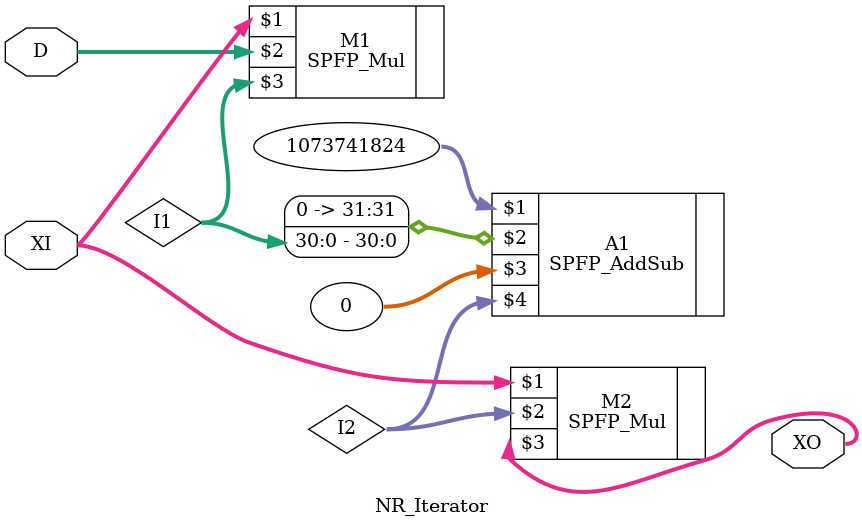
<source format=sv>
module NR_Iterator(
	input logic [31:0] XI,
	input logic [31:0] D,
	output logic [31:0] XO	
	);

    logic [31:0] I1, I2; //Intermediate Wires

    SPFP_Mul M1(XI, D, I1);
    SPFP_AddSub A1(32'h40000000, {1'b0, I1[30:0]}, 0, I2); //32'h40000000 => 2 in IEEE754
    SPFP_Mul M2(XI, I2, XO);

endmodule

</source>
